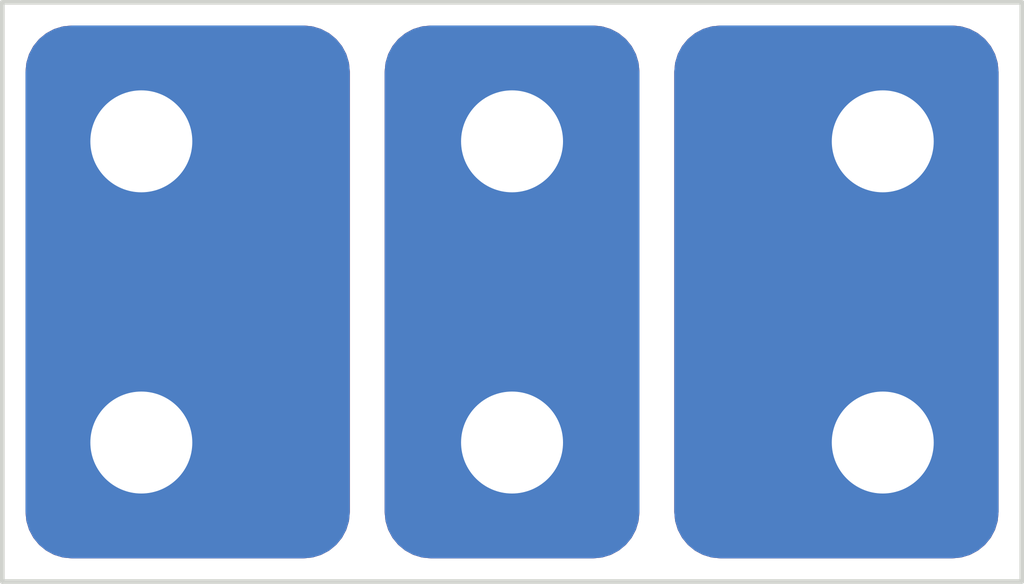
<source format=kicad_pcb>
(kicad_pcb (version 20210424) (generator pcbnew)
  (title_block (title "LEDEAF Bridge PCB") (date "2021-05-23") (rev "1") (comment 1 "Drawn By: AG"))
  (layers (0 "F.Cu" signal) (31 "B.Cu" signal) (34 "B.Paste" user) (35 "F.Paste" user) (36 "B.SilkS" user "B.Silkscreen") (37 "F.SilkS" user "F.Silkscreen") (38 "B.Mask" user) (39 "F.Mask" user) (44 "Edge.Cuts" user))
  (net 0 "")
  (net 1 "/5V")
  (net 2 "/D")
  (net 3 "/0V")
  (footprint "agg:M2_PTH" (layer "F.Cu") (at 108 53.5)
    (fp_text reference "J104" hide)
    (fp_text value "DOUT" hide)
    (pad "1" thru_hole circle locked (at 0 0) (size 4 4) (drill 2.2) (layers *.Cu *.Mask) (net 2 "/D"))
  )
  (footprint "agg:M2_PTH" (layer "F.Cu") (at 108 60)
    (fp_text reference "J103" hide)
    (fp_text value "DIN" hide)
    (pad "1" thru_hole circle locked (at 0 0) (size 4 4) (drill 2.2) (layers *.Cu *.Mask) (net 2 "/D"))
  )
  (footprint "agg:M2_PTH" (layer "F.Cu") (at 116 60)
    (fp_text reference "J105" hide)
    (fp_text value "0V" hide)
    (pad "1" thru_hole circle locked (at 0 0) (size 4 4) (drill 2.2) (layers *.Cu *.Mask) (net 3 "/0V"))
  )
  (footprint "agg:M2_PTH" (layer "F.Cu") (at 100 53.5)
    (fp_text reference "J102" hide)
    (fp_text value "5V" hide)
    (pad "1" thru_hole circle locked (at 0 0) (size 4 4) (drill 2.2) (layers *.Cu *.Mask) (net 1 "/5V"))
  )
  (footprint "agg:M2_PTH" (layer "F.Cu") (at 100 60)
    (fp_text reference "J101" hide)
    (fp_text value "5V" hide)
    (pad "1" thru_hole circle locked (at 0 0) (size 4 4) (drill 2.2) (layers *.Cu *.Mask) (net 1 "/5V"))
  )
  (footprint "agg:M2_PTH" (layer "F.Cu") (at 116 53.5)
    (fp_text reference "J106" hide)
    (fp_text value "0V" hide)
    (pad "1" thru_hole circle locked (at 0 0) (size 4 4) (drill 2.2) (layers *.Cu *.Mask) (net 3 "/0V"))
  )
  (gr_line (start 97 63) (end 97 50.5) (layer "Edge.Cuts") (width 0.1))
  (gr_line (start 97 50.5) (end 119 50.5) (layer "Edge.Cuts") (width 0.1))
  (gr_line (start 119 63) (end 97 63) (layer "Edge.Cuts") (width 0.1))
  (gr_line (start 119 50.5) (end 119 63) (layer "Edge.Cuts") (width 0.1))
  (zone (net 3) (net_name "/0V") (layers F&B.Cu) (connect_pads yes (clearance 0.5)) (min_thickness 0.2) (fill yes (thermal_gap 0.508) (thermal_bridge_width 0.508) (smoothing fillet) (radius 1))
    (polygon (pts (xy 119 63) (xy 111.5 63) (xy 111.5 50.5) (xy 119 50.5)))
  )
  (zone (net 1) (net_name "/5V") (layers F&B.Cu) (connect_pads yes (clearance 0.5)) (min_thickness 0.2) (fill yes (thermal_gap 0.508) (thermal_bridge_width 0.508) (smoothing fillet) (radius 1))
    (polygon (pts (xy 104.5 63) (xy 97 63) (xy 97 50.5) (xy 104.5 50.5)))
  )
  (zone (net 2) (net_name "/D") (layers F&B.Cu) (connect_pads yes (clearance 0.5)) (min_thickness 0.2) (fill yes (thermal_gap 0.508) (thermal_bridge_width 0.508) (smoothing fillet) (radius 1))
    (polygon (pts (xy 110.75 63) (xy 105.25 63) (xy 105.25 50.5) (xy 110.75 50.5)))
  )
)
</source>
